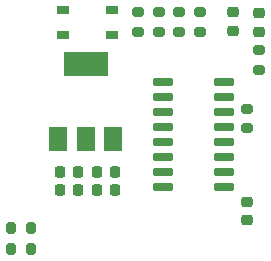
<source format=gbr>
%TF.GenerationSoftware,KiCad,Pcbnew,(6.0.2)*%
%TF.CreationDate,2022-09-28T21:47:15+01:00*%
%TF.ProjectId,m-link-lite,6d2d6c69-6e6b-42d6-9c69-74652e6b6963,rev?*%
%TF.SameCoordinates,Original*%
%TF.FileFunction,Paste,Top*%
%TF.FilePolarity,Positive*%
%FSLAX46Y46*%
G04 Gerber Fmt 4.6, Leading zero omitted, Abs format (unit mm)*
G04 Created by KiCad (PCBNEW (6.0.2)) date 2022-09-28 21:47:15*
%MOMM*%
%LPD*%
G01*
G04 APERTURE LIST*
G04 Aperture macros list*
%AMRoundRect*
0 Rectangle with rounded corners*
0 $1 Rounding radius*
0 $2 $3 $4 $5 $6 $7 $8 $9 X,Y pos of 4 corners*
0 Add a 4 corners polygon primitive as box body*
4,1,4,$2,$3,$4,$5,$6,$7,$8,$9,$2,$3,0*
0 Add four circle primitives for the rounded corners*
1,1,$1+$1,$2,$3*
1,1,$1+$1,$4,$5*
1,1,$1+$1,$6,$7*
1,1,$1+$1,$8,$9*
0 Add four rect primitives between the rounded corners*
20,1,$1+$1,$2,$3,$4,$5,0*
20,1,$1+$1,$4,$5,$6,$7,0*
20,1,$1+$1,$6,$7,$8,$9,0*
20,1,$1+$1,$8,$9,$2,$3,0*%
G04 Aperture macros list end*
%ADD10RoundRect,0.200000X-0.275000X0.200000X-0.275000X-0.200000X0.275000X-0.200000X0.275000X0.200000X0*%
%ADD11RoundRect,0.200000X-0.200000X-0.275000X0.200000X-0.275000X0.200000X0.275000X-0.200000X0.275000X0*%
%ADD12R,1.500000X2.000000*%
%ADD13R,3.800000X2.000000*%
%ADD14RoundRect,0.218750X-0.256250X0.218750X-0.256250X-0.218750X0.256250X-0.218750X0.256250X0.218750X0*%
%ADD15R,1.050000X0.650000*%
%ADD16RoundRect,0.225000X-0.225000X-0.250000X0.225000X-0.250000X0.225000X0.250000X-0.225000X0.250000X0*%
%ADD17RoundRect,0.225000X-0.250000X0.225000X-0.250000X-0.225000X0.250000X-0.225000X0.250000X0.225000X0*%
%ADD18RoundRect,0.150000X-0.725000X-0.150000X0.725000X-0.150000X0.725000X0.150000X-0.725000X0.150000X0*%
%ADD19RoundRect,0.225000X0.225000X0.250000X-0.225000X0.250000X-0.225000X-0.250000X0.225000X-0.250000X0*%
%ADD20RoundRect,0.200000X0.275000X-0.200000X0.275000X0.200000X-0.275000X0.200000X-0.275000X-0.200000X0*%
%ADD21RoundRect,0.200000X0.200000X0.275000X-0.200000X0.275000X-0.200000X-0.275000X0.200000X-0.275000X0*%
G04 APERTURE END LIST*
D10*
%TO.C,R8*%
X93000000Y-71175000D03*
X93000000Y-72825000D03*
%TD*%
D11*
%TO.C,R1*%
X80500000Y-91250000D03*
X82150000Y-91250000D03*
%TD*%
D12*
%TO.C,U1*%
X84500000Y-81900000D03*
X86800000Y-81900000D03*
D13*
X86800000Y-75600000D03*
D12*
X89100000Y-81900000D03*
%TD*%
D14*
%TO.C,D1*%
X101500000Y-71250000D03*
X101500000Y-72825000D03*
%TD*%
D15*
%TO.C,SW1*%
X89000000Y-73150000D03*
X84850000Y-73150000D03*
X84850000Y-71000000D03*
X89000000Y-71000000D03*
%TD*%
D16*
%TO.C,C1*%
X87725000Y-86200000D03*
X89275000Y-86200000D03*
%TD*%
%TO.C,C3*%
X87725000Y-84700000D03*
X89275000Y-84700000D03*
%TD*%
D17*
%TO.C,C7*%
X100500000Y-87250000D03*
X100500000Y-88800000D03*
%TD*%
D18*
%TO.C,U3*%
X93350000Y-77110000D03*
X93350000Y-78380000D03*
X93350000Y-79650000D03*
X93350000Y-80920000D03*
X93350000Y-82190000D03*
X93350000Y-83460000D03*
X93350000Y-84730000D03*
X93350000Y-86000000D03*
X98500000Y-86000000D03*
X98500000Y-84730000D03*
X98500000Y-83460000D03*
X98500000Y-82190000D03*
X98500000Y-80920000D03*
X98500000Y-79650000D03*
X98500000Y-78380000D03*
X98500000Y-77110000D03*
%TD*%
D19*
%TO.C,C4*%
X86175000Y-84700000D03*
X84625000Y-84700000D03*
%TD*%
D20*
%TO.C,R10*%
X101500000Y-76075000D03*
X101500000Y-74425000D03*
%TD*%
D10*
%TO.C,R4*%
X96500000Y-71175000D03*
X96500000Y-72825000D03*
%TD*%
%TO.C,R3*%
X94750000Y-71175000D03*
X94750000Y-72825000D03*
%TD*%
D17*
%TO.C,C5*%
X99250000Y-71200000D03*
X99250000Y-72750000D03*
%TD*%
D19*
%TO.C,C2*%
X86175000Y-86200000D03*
X84625000Y-86200000D03*
%TD*%
D20*
%TO.C,R6*%
X100500000Y-81000000D03*
X100500000Y-79350000D03*
%TD*%
D21*
%TO.C,R2*%
X82150000Y-89500000D03*
X80500000Y-89500000D03*
%TD*%
D20*
%TO.C,R5*%
X91250000Y-72825000D03*
X91250000Y-71175000D03*
%TD*%
M02*

</source>
